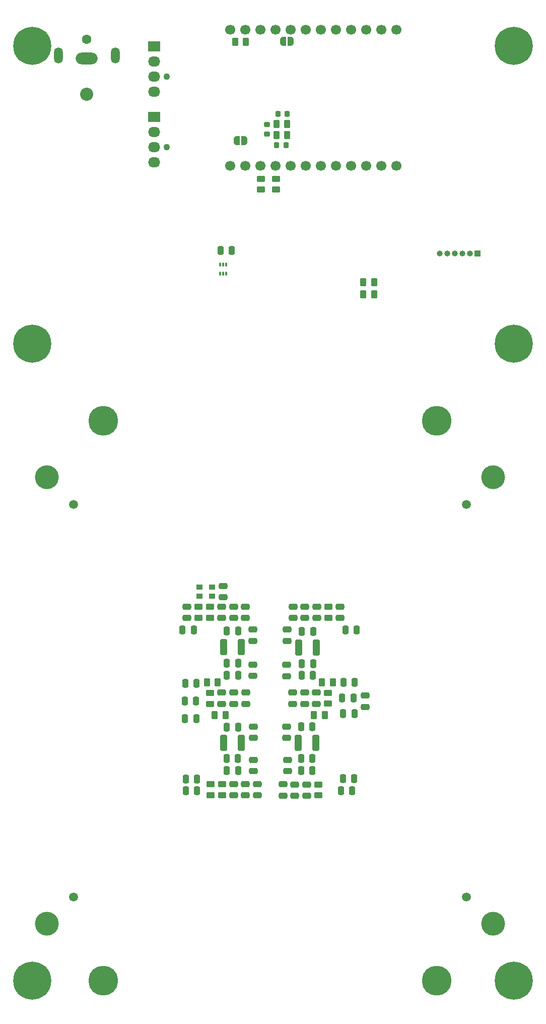
<source format=gbs>
G04 #@! TF.GenerationSoftware,KiCad,Pcbnew,9.0.7-9.0.7~ubuntu24.04.1*
G04 #@! TF.CreationDate,2026-01-15T11:56:15+01:00*
G04 #@! TF.ProjectId,nerdqaxe++,6e657264-7161-4786-952b-2b2e6b696361,rev?*
G04 #@! TF.SameCoordinates,Original*
G04 #@! TF.FileFunction,Soldermask,Bot*
G04 #@! TF.FilePolarity,Negative*
%FSLAX46Y46*%
G04 Gerber Fmt 4.6, Leading zero omitted, Abs format (unit mm)*
G04 Created by KiCad (PCBNEW 9.0.7-9.0.7~ubuntu24.04.1) date 2026-01-15 11:56:15*
%MOMM*%
%LPD*%
G01*
G04 APERTURE LIST*
G04 Aperture macros list*
%AMRoundRect*
0 Rectangle with rounded corners*
0 $1 Rounding radius*
0 $2 $3 $4 $5 $6 $7 $8 $9 X,Y pos of 4 corners*
0 Add a 4 corners polygon primitive as box body*
4,1,4,$2,$3,$4,$5,$6,$7,$8,$9,$2,$3,0*
0 Add four circle primitives for the rounded corners*
1,1,$1+$1,$2,$3*
1,1,$1+$1,$4,$5*
1,1,$1+$1,$6,$7*
1,1,$1+$1,$8,$9*
0 Add four rect primitives between the rounded corners*
20,1,$1+$1,$2,$3,$4,$5,0*
20,1,$1+$1,$4,$5,$6,$7,0*
20,1,$1+$1,$6,$7,$8,$9,0*
20,1,$1+$1,$8,$9,$2,$3,0*%
%AMFreePoly0*
4,1,23,0.500000,-0.750000,0.000000,-0.750000,0.000000,-0.745722,-0.065263,-0.745722,-0.191342,-0.711940,-0.304381,-0.646677,-0.396677,-0.554381,-0.461940,-0.441342,-0.495722,-0.315263,-0.495722,-0.250000,-0.500000,-0.250000,-0.500000,0.250000,-0.495722,0.250000,-0.495722,0.315263,-0.461940,0.441342,-0.396677,0.554381,-0.304381,0.646677,-0.191342,0.711940,-0.065263,0.745722,0.000000,0.745722,
0.000000,0.750000,0.500000,0.750000,0.500000,-0.750000,0.500000,-0.750000,$1*%
%AMFreePoly1*
4,1,23,0.000000,0.745722,0.065263,0.745722,0.191342,0.711940,0.304381,0.646677,0.396677,0.554381,0.461940,0.441342,0.495722,0.315263,0.495722,0.250000,0.500000,0.250000,0.500000,-0.250000,0.495722,-0.250000,0.495722,-0.315263,0.461940,-0.441342,0.396677,-0.554381,0.304381,-0.646677,0.191342,-0.711940,0.065263,-0.745722,0.000000,-0.745722,0.000000,-0.750000,-0.500000,-0.750000,
-0.500000,0.750000,0.000000,0.750000,0.000000,0.745722,0.000000,0.745722,$1*%
G04 Aperture macros list end*
%ADD10C,1.500000*%
%ADD11C,5.000000*%
%ADD12C,0.800000*%
%ADD13C,6.400000*%
%ADD14C,4.000000*%
%ADD15C,1.700000*%
%ADD16R,1.000000X1.000000*%
%ADD17O,1.000000X1.000000*%
%ADD18C,1.100000*%
%ADD19R,2.030000X1.730000*%
%ADD20O,2.030000X1.730000*%
%ADD21C,1.600000*%
%ADD22C,2.204000*%
%ADD23O,3.704000X1.954000*%
%ADD24O,1.454000X2.704000*%
%ADD25RoundRect,0.250000X-0.475000X0.250000X-0.475000X-0.250000X0.475000X-0.250000X0.475000X0.250000X0*%
%ADD26RoundRect,0.250000X0.250000X0.475000X-0.250000X0.475000X-0.250000X-0.475000X0.250000X-0.475000X0*%
%ADD27RoundRect,0.250000X-0.262500X-0.450000X0.262500X-0.450000X0.262500X0.450000X-0.262500X0.450000X0*%
%ADD28RoundRect,0.250000X0.262500X0.450000X-0.262500X0.450000X-0.262500X-0.450000X0.262500X-0.450000X0*%
%ADD29RoundRect,0.250000X0.475000X-0.250000X0.475000X0.250000X-0.475000X0.250000X-0.475000X-0.250000X0*%
%ADD30RoundRect,0.250000X-0.450000X0.262500X-0.450000X-0.262500X0.450000X-0.262500X0.450000X0.262500X0*%
%ADD31RoundRect,0.225000X-0.225000X-0.250000X0.225000X-0.250000X0.225000X0.250000X-0.225000X0.250000X0*%
%ADD32RoundRect,0.250000X-0.325000X-1.100000X0.325000X-1.100000X0.325000X1.100000X-0.325000X1.100000X0*%
%ADD33RoundRect,0.250000X0.450000X-0.262500X0.450000X0.262500X-0.450000X0.262500X-0.450000X-0.262500X0*%
%ADD34RoundRect,0.250000X-0.250000X-0.475000X0.250000X-0.475000X0.250000X0.475000X-0.250000X0.475000X0*%
%ADD35RoundRect,0.225000X0.250000X-0.225000X0.250000X0.225000X-0.250000X0.225000X-0.250000X-0.225000X0*%
%ADD36RoundRect,0.250000X0.325000X1.100000X-0.325000X1.100000X-0.325000X-1.100000X0.325000X-1.100000X0*%
%ADD37R,1.000000X0.900000*%
%ADD38FreePoly0,0.000000*%
%ADD39FreePoly1,0.000000*%
%ADD40RoundRect,0.225000X0.225000X0.250000X-0.225000X0.250000X-0.225000X-0.250000X0.225000X-0.250000X0*%
%ADD41RoundRect,0.050000X-0.100000X0.285000X-0.100000X-0.285000X0.100000X-0.285000X0.100000X0.285000X0*%
G04 APERTURE END LIST*
D10*
X62000000Y-105000000D03*
D11*
X123000000Y-185000000D03*
D12*
X52600000Y-28000000D03*
X53302944Y-26302944D03*
X53302944Y-29697056D03*
X55000000Y-25600000D03*
D13*
X55000000Y-28000000D03*
D12*
X55000000Y-30400000D03*
X56697056Y-26302944D03*
X56697056Y-29697056D03*
X57400000Y-28000000D03*
D11*
X123000000Y-91000000D03*
D14*
X132500000Y-175500000D03*
D15*
X88310000Y-25250000D03*
X90850000Y-25250000D03*
X93390000Y-25250000D03*
X95930000Y-25250000D03*
X98470000Y-25250000D03*
X101010000Y-25250000D03*
X103550000Y-25250000D03*
X106090000Y-25250000D03*
X108630000Y-25250000D03*
X111170000Y-25250000D03*
X113710000Y-25250000D03*
X116250000Y-25250000D03*
X116250000Y-48170000D03*
X113710000Y-48170000D03*
X111170000Y-48170000D03*
X108630000Y-48170000D03*
X106090000Y-48170000D03*
X103550000Y-48170000D03*
X101010000Y-48170000D03*
X98470000Y-48170000D03*
X95930000Y-48170000D03*
X93390000Y-48170000D03*
X90850000Y-48170000D03*
X88310000Y-48170000D03*
D16*
X129875000Y-62900000D03*
D17*
X128605000Y-62900000D03*
X127335000Y-62900000D03*
X126065000Y-62900000D03*
X124795000Y-62900000D03*
X123525000Y-62900000D03*
D18*
X77660000Y-44980000D03*
D19*
X75500000Y-39900000D03*
D20*
X75500000Y-42440000D03*
X75500000Y-44980000D03*
X75500000Y-47520000D03*
D14*
X57500000Y-175500000D03*
X57500000Y-100500000D03*
D11*
X67000000Y-91000000D03*
X67000000Y-185000000D03*
D21*
X64200000Y-26850000D03*
D22*
X64200000Y-36100000D03*
D23*
X64200000Y-30100000D03*
D24*
X69000000Y-29600000D03*
X59400000Y-29600000D03*
D10*
X62000000Y-171000000D03*
D12*
X133600000Y-28000000D03*
X134302944Y-26302944D03*
X134302944Y-29697056D03*
X136000000Y-25600000D03*
D13*
X136000000Y-28000000D03*
D12*
X136000000Y-30400000D03*
X137697056Y-26302944D03*
X137697056Y-29697056D03*
X138400000Y-28000000D03*
D14*
X132500000Y-100500000D03*
D10*
X128000000Y-171000000D03*
D12*
X133600000Y-185025000D03*
X134302944Y-183327944D03*
X134302944Y-186722056D03*
X136000000Y-182625000D03*
D13*
X136000000Y-185025000D03*
D12*
X136000000Y-187425000D03*
X137697056Y-183327944D03*
X137697056Y-186722056D03*
X138400000Y-185025000D03*
X52600000Y-78000000D03*
X53302944Y-76302944D03*
X53302944Y-79697056D03*
X55000000Y-75600000D03*
D13*
X55000000Y-78000000D03*
D12*
X55000000Y-80400000D03*
X56697056Y-76302944D03*
X56697056Y-79697056D03*
X57400000Y-78000000D03*
D18*
X77660000Y-33180000D03*
D19*
X75500000Y-28100000D03*
D20*
X75500000Y-30640000D03*
X75500000Y-33180000D03*
X75500000Y-35720000D03*
D12*
X133600000Y-78000000D03*
X134302944Y-76302944D03*
X134302944Y-79697056D03*
X136000000Y-75600000D03*
D13*
X136000000Y-78000000D03*
D12*
X136000000Y-80400000D03*
X137697056Y-76302944D03*
X137697056Y-79697056D03*
X138400000Y-78000000D03*
D10*
X128000000Y-105000000D03*
D12*
X52600000Y-185025000D03*
X53302944Y-183327944D03*
X53302944Y-186722056D03*
X55000000Y-182625000D03*
D13*
X55000000Y-185025000D03*
D12*
X55000000Y-187425000D03*
X56697056Y-183327944D03*
X56697056Y-186722056D03*
X57400000Y-185025000D03*
D25*
X92180000Y-142340000D03*
X92180000Y-144240000D03*
D26*
X109190000Y-140190000D03*
X107290000Y-140190000D03*
D27*
X85697500Y-140460000D03*
X87522500Y-140460000D03*
D28*
X97900000Y-43000000D03*
X96075000Y-43000000D03*
D25*
X102860000Y-122190000D03*
X102860000Y-124090000D03*
D29*
X97190000Y-153950000D03*
X97190000Y-152050000D03*
D30*
X104720000Y-136687500D03*
X104720000Y-138512500D03*
D31*
X96325000Y-39400000D03*
X97875000Y-39400000D03*
D25*
X92855000Y-152020000D03*
X92855000Y-153920000D03*
D32*
X99725000Y-145100000D03*
X102675000Y-145100000D03*
D29*
X86890000Y-138545000D03*
X86890000Y-136645000D03*
D30*
X103100000Y-152077500D03*
X103100000Y-153902500D03*
D25*
X106790000Y-122220000D03*
X106790000Y-124120000D03*
D33*
X84900000Y-138522500D03*
X84900000Y-136697500D03*
D28*
X86212500Y-134900000D03*
X84387500Y-134900000D03*
D26*
X89600000Y-147700000D03*
X87700000Y-147700000D03*
D25*
X88870000Y-152020000D03*
X88870000Y-153920000D03*
D26*
X82190000Y-126120000D03*
X80290000Y-126120000D03*
D33*
X93470000Y-52125000D03*
X93470000Y-50300000D03*
D27*
X103757500Y-134890000D03*
X105582500Y-134890000D03*
D34*
X107130000Y-137500000D03*
X109030000Y-137500000D03*
X100340000Y-131770000D03*
X102240000Y-131770000D03*
X100210000Y-149700000D03*
X102110000Y-149700000D03*
X100220000Y-142400000D03*
X102120000Y-142400000D03*
X100330000Y-133750000D03*
X102230000Y-133750000D03*
D26*
X82590000Y-138030000D03*
X80690000Y-138030000D03*
D25*
X92200000Y-147930000D03*
X92200000Y-149830000D03*
D29*
X101150000Y-153965000D03*
X101150000Y-152065000D03*
D26*
X109160000Y-151110000D03*
X107260000Y-151110000D03*
D29*
X110970000Y-139050000D03*
X110970000Y-137150000D03*
X88890000Y-138545000D03*
X88890000Y-136645000D03*
D30*
X85010000Y-152047500D03*
X85010000Y-153872500D03*
D34*
X80760000Y-135070000D03*
X82660000Y-135070000D03*
D29*
X99175000Y-153965000D03*
X99175000Y-152065000D03*
D34*
X80700000Y-141020000D03*
X82600000Y-141020000D03*
D25*
X92100000Y-131950000D03*
X92100000Y-133850000D03*
D26*
X88600000Y-62400000D03*
X86700000Y-62400000D03*
D33*
X86920000Y-153882500D03*
X86920000Y-152057500D03*
D29*
X90887476Y-124088486D03*
X90887476Y-122188486D03*
X102770000Y-138520000D03*
X102770000Y-136620000D03*
D26*
X89650000Y-133700000D03*
X87750000Y-133700000D03*
X89650000Y-131700000D03*
X87750000Y-131700000D03*
D28*
X112512500Y-69700000D03*
X110687500Y-69700000D03*
D29*
X97980000Y-149840000D03*
X97980000Y-147940000D03*
X87100000Y-120650000D03*
X87100000Y-118750000D03*
D34*
X107700000Y-126130000D03*
X109600000Y-126130000D03*
D35*
X94500000Y-42775000D03*
X94500000Y-41225000D03*
D29*
X97820000Y-133860000D03*
X97820000Y-131960000D03*
D30*
X84927476Y-122215986D03*
X84927476Y-124040986D03*
D36*
X90175000Y-129000000D03*
X87225000Y-129000000D03*
D29*
X88887476Y-124088486D03*
X88887476Y-122188486D03*
X97820000Y-144240000D03*
X97820000Y-142340000D03*
D28*
X104182500Y-140420000D03*
X102357500Y-140420000D03*
D25*
X100850000Y-122190000D03*
X100850000Y-124090000D03*
D37*
X85275000Y-120475000D03*
X83125000Y-120475000D03*
X83125000Y-118925000D03*
X85275000Y-118925000D03*
D34*
X100370000Y-126340000D03*
X102270000Y-126340000D03*
X100210000Y-147700000D03*
X102110000Y-147700000D03*
D26*
X109220000Y-134900000D03*
X107320000Y-134900000D03*
D33*
X83007476Y-124040986D03*
X83007476Y-122215986D03*
D28*
X90942500Y-27310000D03*
X89117500Y-27310000D03*
X97900000Y-41100000D03*
X96075000Y-41100000D03*
D38*
X89390000Y-43890000D03*
D39*
X90690000Y-43890000D03*
D36*
X90155000Y-145110000D03*
X87205000Y-145110000D03*
D33*
X95990000Y-52132500D03*
X95990000Y-50307500D03*
X104820000Y-124062500D03*
X104820000Y-122237500D03*
D34*
X80830000Y-151140000D03*
X82730000Y-151140000D03*
D26*
X82730000Y-153130000D03*
X80830000Y-153130000D03*
D40*
X97675000Y-44700000D03*
X96125000Y-44700000D03*
D28*
X112512500Y-67700000D03*
X110687500Y-67700000D03*
D29*
X90890000Y-138545000D03*
X90890000Y-136645000D03*
D41*
X86600000Y-64759539D03*
X87100000Y-64759539D03*
X87600000Y-64759539D03*
X87600000Y-66239539D03*
X87100000Y-66239539D03*
X86600000Y-66239539D03*
D38*
X97200000Y-27250000D03*
D39*
X98500000Y-27250000D03*
D26*
X89620000Y-142470000D03*
X87720000Y-142470000D03*
D32*
X99845000Y-129070000D03*
X102795000Y-129070000D03*
D26*
X89620000Y-149700000D03*
X87720000Y-149700000D03*
X89640000Y-126300000D03*
X87740000Y-126300000D03*
D34*
X106920000Y-153120000D03*
X108820000Y-153120000D03*
D29*
X86887476Y-124088486D03*
X86887476Y-122188486D03*
D25*
X90870000Y-152020000D03*
X90870000Y-153920000D03*
D29*
X98830000Y-138530000D03*
X98830000Y-136630000D03*
X97890000Y-127940000D03*
X97890000Y-126040000D03*
D25*
X81030000Y-122190000D03*
X81030000Y-124090000D03*
X92100000Y-126050000D03*
X92100000Y-127950000D03*
X98890000Y-122190000D03*
X98890000Y-124090000D03*
D29*
X100800000Y-138520000D03*
X100800000Y-136620000D03*
M02*

</source>
